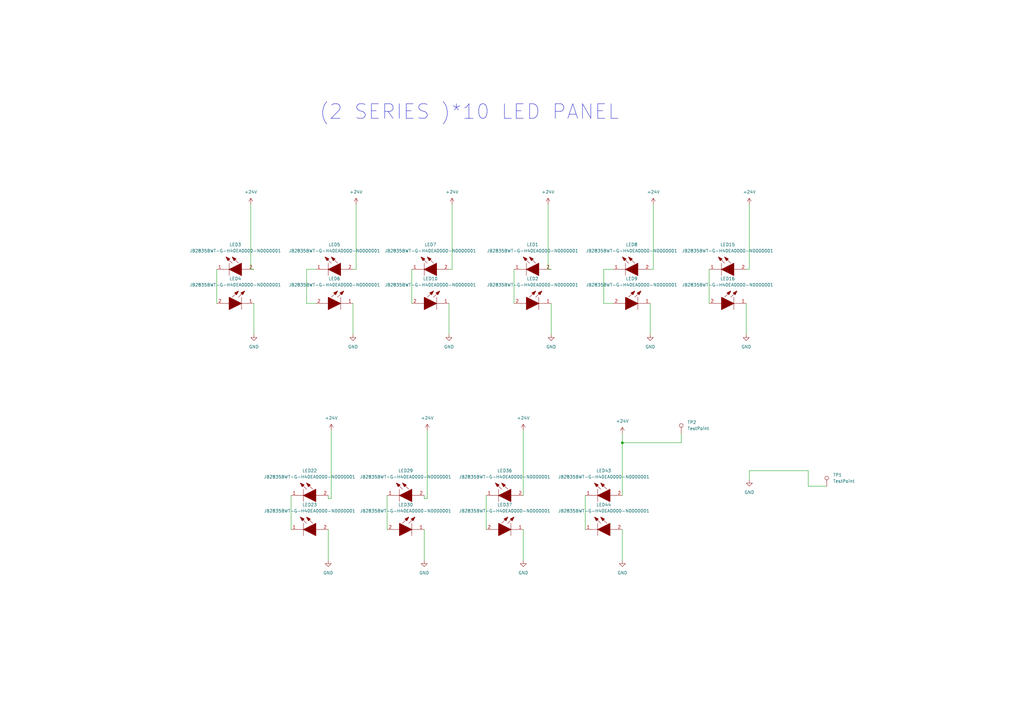
<source format=kicad_sch>
(kicad_sch (version 20211123) (generator eeschema)
  (paper "A3")
  (title_block (title "49 pcs LED PANEL") (date "23 APR 2022") (rev "REV 3") (comment 1 "ARUN JYOTHISH"))
  (lib_symbols
    (symbol "2835 LED SMD:JB2835BWT-G-H40EA0000-N0000001" (pin_names (offset 0.762))
      (property "Reference" "LED" (at 12.7 8.89 0))
      (property "Value" "JB2835BWT-G-H40EA0000-N0000001" (at 12.7 6.35 0))
      (symbol "JB2835BWT-G-H40EA0000-N0000001_0_0"
        (pin passive line (at 0 0 0) (length 2.54) (name "~") (number "1"))
        (pin passive line (at 15.24 0 180) (length 2.54) (name "~") (number "2"))
      )
      (symbol "JB2835BWT-G-H40EA0000-N0000001_0_1"
        (polyline (pts (xy 2.54 0) (xy 5.08 0)) (stroke (width 0.1524)))
        (polyline (pts (xy 5.08 2.54) (xy 5.08 -2.54)) (stroke (width 0.1524)))
        (polyline (pts (xy 6.35 2.54) (xy 3.81 5.08)) (stroke (width 0.1524)))
        (polyline (pts (xy 8.89 2.54) (xy 6.35 5.08)) (stroke (width 0.1524)))
        (polyline (pts (xy 10.16 0) (xy 12.7 0)) (stroke (width 0.1524)))
        (polyline (pts (xy 5.08 0) (xy 10.16 2.54) (xy 10.16 -2.54) (xy 5.08 0)) (stroke (width 0.254)) (fill (type outline)))
        (polyline (pts (xy 5.334 4.318) (xy 4.572 3.556) (xy 3.81 5.08) (xy 5.334 4.318)) (stroke (width 0.254)) (fill (type outline)))
        (polyline (pts (xy 7.874 4.318) (xy 7.112 3.556) (xy 6.35 5.08) (xy 7.874 4.318)) (stroke (width 0.254)) (fill (type outline)))
      )
    )
    (symbol "Connector:TestPoint" (pin_numbers hide) (pin_names (offset 0.762) hide)
      (property "Reference" "TP" (at 0 6.858 0))
      (property "Value" "TestPoint" (at 0 5.08 0))
      (symbol "TestPoint_0_1"
        (circle (center 0 3.302) (radius 0.762))
      )
      (symbol "TestPoint_1_1"
        (pin passive line (at 0 0 90) (length 2.54) (name "1") (number "1"))
      )
    )
    (symbol "power:+24V" (power) (pin_names (offset 0))
      (property "Value" "+24V" (at 0 3.556 0))
      (symbol "+24V_0_1"
        (polyline (pts (xy -0.762 1.27) (xy 0 2.54)))
        (polyline (pts (xy 0 0) (xy 0 2.54)))
        (polyline (pts (xy 0 2.54) (xy 0.762 1.27)))
      )
      (symbol "+24V_1_1"
        (pin power_in line (at 0 0 90) (length 0) hide (name "+24V") (number "1"))
      )
    )
    (symbol "power:GND" (power) (pin_names (offset 0))
      (property "Value" "GND" (at 0 -3.81 0))
      (symbol "GND_0_1"
        (polyline (pts (xy 0 0) (xy 0 -1.27) (xy 1.27 -1.27) (xy 0 -2.54) (xy -1.27 -1.27) (xy 0 -1.27)))
      )
      (symbol "GND_1_1"
        (pin power_in line (at 0 0 270) (length 0) hide (name "GND") (number "1"))
      )
    )
  )
  (junction (at 255.27 181.61))
  (wire (pts (xy 267.97 110.49) (xy 266.7 110.49)))
  (wire (pts (xy 125.73 124.46) (xy 129.54 124.46)))
  (wire (pts (xy 134.62 203.2) (xy 134.62 204.47)))
  (wire (pts (xy 266.7 124.46) (xy 266.7 137.16)))
  (wire (pts (xy 247.65 110.49) (xy 251.46 110.49)))
  (wire (pts (xy 175.26 204.47) (xy 173.99 204.47)))
  (wire (pts (xy 146.05 110.49) (xy 144.78 110.49)))
  (wire (pts (xy 184.15 124.46) (xy 184.15 137.16)))
  (wire (pts (xy 102.87 83.82) (xy 102.87 110.49)))
  (wire (pts (xy 119.38 203.2) (xy 119.38 217.17)))
  (wire (pts (xy 173.99 217.17) (xy 173.99 229.87)))
  (wire (pts (xy 307.34 83.82) (xy 307.34 110.49)))
  (wire (pts (xy 134.62 217.17) (xy 134.62 229.87)))
  (wire (pts (xy 88.9 110.49) (xy 88.9 124.46)))
  (wire (pts (xy 226.06 124.46) (xy 226.06 137.16)))
  (wire (pts (xy 158.75 203.2) (xy 158.75 217.17)))
  (wire (pts (xy 102.87 110.49) (xy 104.14 110.49)))
  (wire (pts (xy 214.63 217.17) (xy 214.63 229.87)))
  (wire (pts (xy 240.03 203.2) (xy 240.03 217.17)))
  (wire (pts (xy 135.89 176.53) (xy 135.89 204.47)))
  (wire (pts (xy 185.42 110.49) (xy 184.15 110.49)))
  (wire (pts (xy 210.82 110.49) (xy 210.82 124.46)))
  (wire (pts (xy 247.65 124.46) (xy 251.46 124.46)))
  (wire (pts (xy 125.73 110.49) (xy 129.54 110.49)))
  (wire (pts (xy 199.39 203.2) (xy 199.39 217.17)))
  (wire (pts (xy 173.99 203.2) (xy 173.99 204.47)))
  (wire (pts (xy 255.27 217.17) (xy 255.27 229.87)))
  (wire (pts (xy 255.27 177.8) (xy 255.27 181.61)))
  (wire (pts (xy 146.05 83.82) (xy 146.05 110.49)))
  (wire (pts (xy 255.27 181.61) (xy 279.4 181.61)))
  (wire (pts (xy 144.78 124.46) (xy 144.78 137.16)))
  (wire (pts (xy 306.07 124.46) (xy 306.07 137.16)))
  (wire (pts (xy 185.42 83.82) (xy 185.42 110.49)))
  (wire (pts (xy 331.47 193.04) (xy 331.47 199.39)))
  (wire (pts (xy 224.79 110.49) (xy 226.06 110.49)))
  (wire (pts (xy 104.14 124.46) (xy 104.14 137.16)))
  (wire (pts (xy 175.26 176.53) (xy 175.26 204.47)))
  (wire (pts (xy 290.83 110.49) (xy 290.83 124.46)))
  (wire (pts (xy 214.63 176.53) (xy 214.63 203.2)))
  (wire (pts (xy 125.73 110.49) (xy 125.73 124.46)))
  (wire (pts (xy 267.97 83.82) (xy 267.97 110.49)))
  (wire (pts (xy 307.34 193.04) (xy 307.34 196.85)))
  (wire (pts (xy 279.4 181.61) (xy 279.4 177.8)))
  (wire (pts (xy 331.47 199.39) (xy 339.09 199.39)))
  (wire (pts (xy 255.27 181.61) (xy 255.27 203.2)))
  (wire (pts (xy 135.89 204.47) (xy 134.62 204.47)))
  (wire (pts (xy 168.91 110.49) (xy 168.91 124.46)))
  (wire (pts (xy 224.79 83.82) (xy 224.79 110.49)))
  (wire (pts (xy 307.34 110.49) (xy 306.07 110.49)))
  (wire (pts (xy 307.34 193.04) (xy 331.47 193.04)))
  (wire (pts (xy 247.65 110.49) (xy 247.65 124.46)))
  (text "(2 SERIES )*10 LED PANEL\n" (at 130.81 49.53 0) (effects (font (size 6 6)) (justify left bottom)))
  (symbol (lib_id "2835 LED SMD:JB2835BWT-G-H40EA0000-N0000001") (at 210.82 110.49 0) (unit 1)
    (property "Reference" "LED1" (at 218.44 100.33 0))
    (property "Value" "JB2835BWT-G-H40EA0000-N0000001" (at 218.44 102.87 0))
    (property "Footprint" "2835-library:JB2835BWTGH40EA0000N0000001" (effects hide))
    (property "Description" "JB2835BWT-G-H40EA0000-N0000001" (effects hide))
    (property "Height" "0.7" (effects hide))
    (property "Manufacturer_Name" "Cree, Inc." (effects hide))
    (property "Manufacturer_Part_Number" "JB2835BWT-G-H40EA0000-N0000001" (effects hide))
    (property "Mouser Part Number" "941-JB2835BWTGH40EAN" (effects hide))
    (property "Mouser Price/Stock" "https://www.mouser.co.uk/ProductDetail/Cree-Inc/JB2835BWT-G-H40EA0000-N0000001?qs=GedFDFLaBXFuqSWl8S6r5A%3D%3D" (effects hide))
    (property "Arrow Part Number" "JB2835BWT-G-H40EA0000-N0000001" (effects hide))
    (property "Arrow Price/Stock" "https://www.arrow.com/en/products/jb2835bwt-g-h40ea0000-n0000001/cree-led?region=nac" (effects hide))
  )
  (symbol (lib_id "power:+24V") (at 175.26 176.53 0) (unit 1)
    (property "Reference" "#PWR0104" (effects hide))
    (property "Value" "+24V" (at 175.26 171.45 0))
  )
  (symbol (lib_id "2835 LED SMD:JB2835BWT-G-H40EA0000-N0000001") (at 226.06 124.46 0) (mirror y) (unit 1)
    (property "Reference" "LED2" (at 218.44 114.3 0))
    (property "Value" "JB2835BWT-G-H40EA0000-N0000001" (at 218.44 116.84 0))
    (property "Footprint" "2835-library:JB2835BWTGH40EA0000N0000001" (effects hide))
    (property "Description" "JB2835BWT-G-H40EA0000-N0000001" (effects hide))
    (property "Height" "0.7" (effects hide))
    (property "Manufacturer_Name" "Cree, Inc." (effects hide))
    (property "Manufacturer_Part_Number" "JB2835BWT-G-H40EA0000-N0000001" (effects hide))
    (property "Mouser Part Number" "941-JB2835BWTGH40EAN" (effects hide))
    (property "Mouser Price/Stock" "https://www.mouser.co.uk/ProductDetail/Cree-Inc/JB2835BWT-G-H40EA0000-N0000001?qs=GedFDFLaBXFuqSWl8S6r5A%3D%3D" (effects hide))
    (property "Arrow Part Number" "JB2835BWT-G-H40EA0000-N0000001" (effects hide))
    (property "Arrow Price/Stock" "https://www.arrow.com/en/products/jb2835bwt-g-h40ea0000-n0000001/cree-led?region=nac" (effects hide))
  )
  (symbol (lib_id "power:+24V") (at 135.89 176.53 0) (unit 1)
    (property "Reference" "#PWR0101" (effects hide))
    (property "Value" "+24V" (at 135.89 171.45 0))
  )
  (symbol (lib_id "2835 LED SMD:JB2835BWT-G-H40EA0000-N0000001") (at 129.54 110.49 0) (unit 1)
    (property "Reference" "LED5" (at 137.16 100.33 0))
    (property "Value" "JB2835BWT-G-H40EA0000-N0000001" (at 137.16 102.87 0))
    (property "Footprint" "2835-library:JB2835BWTGH40EA0000N0000001" (effects hide))
    (property "Description" "JB2835BWT-G-H40EA0000-N0000001" (effects hide))
    (property "Height" "0.7" (effects hide))
    (property "Manufacturer_Name" "Cree, Inc." (effects hide))
    (property "Manufacturer_Part_Number" "JB2835BWT-G-H40EA0000-N0000001" (effects hide))
    (property "Mouser Part Number" "941-JB2835BWTGH40EAN" (effects hide))
    (property "Mouser Price/Stock" "https://www.mouser.co.uk/ProductDetail/Cree-Inc/JB2835BWT-G-H40EA0000-N0000001?qs=GedFDFLaBXFuqSWl8S6r5A%3D%3D" (effects hide))
    (property "Arrow Part Number" "JB2835BWT-G-H40EA0000-N0000001" (effects hide))
    (property "Arrow Price/Stock" "https://www.arrow.com/en/products/jb2835bwt-g-h40ea0000-n0000001/cree-led?region=nac" (effects hide))
  )
  (symbol (lib_id "2835 LED SMD:JB2835BWT-G-H40EA0000-N0000001") (at 144.78 124.46 0) (mirror y) (unit 1)
    (property "Reference" "LED6" (at 137.16 114.3 0))
    (property "Value" "JB2835BWT-G-H40EA0000-N0000001" (at 137.16 116.84 0))
    (property "Footprint" "2835-library:JB2835BWTGH40EA0000N0000001" (effects hide))
    (property "Description" "JB2835BWT-G-H40EA0000-N0000001" (effects hide))
    (property "Height" "0.7" (effects hide))
    (property "Manufacturer_Name" "Cree, Inc." (effects hide))
    (property "Manufacturer_Part_Number" "JB2835BWT-G-H40EA0000-N0000001" (effects hide))
    (property "Mouser Part Number" "941-JB2835BWTGH40EAN" (effects hide))
    (property "Mouser Price/Stock" "https://www.mouser.co.uk/ProductDetail/Cree-Inc/JB2835BWT-G-H40EA0000-N0000001?qs=GedFDFLaBXFuqSWl8S6r5A%3D%3D" (effects hide))
    (property "Arrow Part Number" "JB2835BWT-G-H40EA0000-N0000001" (effects hide))
    (property "Arrow Price/Stock" "https://www.arrow.com/en/products/jb2835bwt-g-h40ea0000-n0000001/cree-led?region=nac" (effects hide))
  )
  (symbol (lib_id "power:GND") (at 184.15 137.16 0) (unit 1)
    (property "Reference" "#PWR0106" (effects hide))
    (property "Value" "GND" (at 184.15 142.24 0))
  )
  (symbol (lib_id "2835 LED SMD:JB2835BWT-G-H40EA0000-N0000001") (at 266.7 124.46 0) (mirror y) (unit 1)
    (property "Reference" "LED9" (at 259.08 114.3 0))
    (property "Value" "JB2835BWT-G-H40EA0000-N0000001" (at 259.08 116.84 0))
    (property "Footprint" "2835-library:JB2835BWTGH40EA0000N0000001" (effects hide))
    (property "Description" "JB2835BWT-G-H40EA0000-N0000001" (effects hide))
    (property "Height" "0.7" (effects hide))
    (property "Manufacturer_Name" "Cree, Inc." (effects hide))
    (property "Manufacturer_Part_Number" "JB2835BWT-G-H40EA0000-N0000001" (effects hide))
    (property "Mouser Part Number" "941-JB2835BWTGH40EAN" (effects hide))
    (property "Mouser Price/Stock" "https://www.mouser.co.uk/ProductDetail/Cree-Inc/JB2835BWT-G-H40EA0000-N0000001?qs=GedFDFLaBXFuqSWl8S6r5A%3D%3D" (effects hide))
    (property "Arrow Part Number" "JB2835BWT-G-H40EA0000-N0000001" (effects hide))
    (property "Arrow Price/Stock" "https://www.arrow.com/en/products/jb2835bwt-g-h40ea0000-n0000001/cree-led?region=nac" (effects hide))
  )
  (symbol (lib_id "2835 LED SMD:JB2835BWT-G-H40EA0000-N0000001") (at 173.99 217.17 0) (mirror y) (unit 1)
    (property "Reference" "LED30" (at 166.37 207.01 0))
    (property "Value" "JB2835BWT-G-H40EA0000-N0000001" (at 166.37 209.55 0))
    (property "Footprint" "2835-library:JB2835BWTGH40EA0000N0000001" (effects hide))
    (property "Description" "JB2835BWT-G-H40EA0000-N0000001" (effects hide))
    (property "Height" "0.7" (effects hide))
    (property "Manufacturer_Name" "Cree, Inc." (effects hide))
    (property "Manufacturer_Part_Number" "JB2835BWT-G-H40EA0000-N0000001" (effects hide))
    (property "Mouser Part Number" "941-JB2835BWTGH40EAN" (effects hide))
    (property "Mouser Price/Stock" "https://www.mouser.co.uk/ProductDetail/Cree-Inc/JB2835BWT-G-H40EA0000-N0000001?qs=GedFDFLaBXFuqSWl8S6r5A%3D%3D" (effects hide))
    (property "Arrow Part Number" "JB2835BWT-G-H40EA0000-N0000001" (effects hide))
    (property "Arrow Price/Stock" "https://www.arrow.com/en/products/jb2835bwt-g-h40ea0000-n0000001/cree-led?region=nac" (effects hide))
  )
  (symbol (lib_id "2835 LED SMD:JB2835BWT-G-H40EA0000-N0000001") (at 104.14 124.46 0) (mirror y) (unit 1)
    (property "Reference" "LED4" (at 96.52 114.3 0))
    (property "Value" "JB2835BWT-G-H40EA0000-N0000001" (at 96.52 116.84 0))
    (property "Footprint" "2835-library:JB2835BWTGH40EA0000N0000001" (effects hide))
    (property "Description" "JB2835BWT-G-H40EA0000-N0000001" (effects hide))
    (property "Height" "0.7" (effects hide))
    (property "Manufacturer_Name" "Cree, Inc." (effects hide))
    (property "Manufacturer_Part_Number" "JB2835BWT-G-H40EA0000-N0000001" (effects hide))
    (property "Mouser Part Number" "941-JB2835BWTGH40EAN" (effects hide))
    (property "Mouser Price/Stock" "https://www.mouser.co.uk/ProductDetail/Cree-Inc/JB2835BWT-G-H40EA0000-N0000001?qs=GedFDFLaBXFuqSWl8S6r5A%3D%3D" (effects hide))
    (property "Arrow Part Number" "JB2835BWT-G-H40EA0000-N0000001" (effects hide))
    (property "Arrow Price/Stock" "https://www.arrow.com/en/products/jb2835bwt-g-h40ea0000-n0000001/cree-led?region=nac" (effects hide))
  )
  (symbol (lib_id "power:GND") (at 214.63 229.87 0) (unit 1)
    (property "Reference" "#PWR0108" (effects hide))
    (property "Value" "GND" (at 214.63 234.95 0))
  )
  (symbol (lib_id "2835 LED SMD:JB2835BWT-G-H40EA0000-N0000001") (at 168.91 110.49 0) (unit 1)
    (property "Reference" "LED7" (at 176.53 100.33 0))
    (property "Value" "JB2835BWT-G-H40EA0000-N0000001" (at 176.53 102.87 0))
    (property "Footprint" "2835-library:JB2835BWTGH40EA0000N0000001" (effects hide))
    (property "Description" "JB2835BWT-G-H40EA0000-N0000001" (effects hide))
    (property "Height" "0.7" (effects hide))
    (property "Manufacturer_Name" "Cree, Inc." (effects hide))
    (property "Manufacturer_Part_Number" "JB2835BWT-G-H40EA0000-N0000001" (effects hide))
    (property "Mouser Part Number" "941-JB2835BWTGH40EAN" (effects hide))
    (property "Mouser Price/Stock" "https://www.mouser.co.uk/ProductDetail/Cree-Inc/JB2835BWT-G-H40EA0000-N0000001?qs=GedFDFLaBXFuqSWl8S6r5A%3D%3D" (effects hide))
    (property "Arrow Part Number" "JB2835BWT-G-H40EA0000-N0000001" (effects hide))
    (property "Arrow Price/Stock" "https://www.arrow.com/en/products/jb2835bwt-g-h40ea0000-n0000001/cree-led?region=nac" (effects hide))
  )
  (symbol (lib_id "2835 LED SMD:JB2835BWT-G-H40EA0000-N0000001") (at 306.07 124.46 0) (mirror y) (unit 1)
    (property "Reference" "LED16" (at 298.45 114.3 0))
    (property "Value" "JB2835BWT-G-H40EA0000-N0000001" (at 298.45 116.84 0))
    (property "Footprint" "2835-library:JB2835BWTGH40EA0000N0000001" (effects hide))
    (property "Description" "JB2835BWT-G-H40EA0000-N0000001" (effects hide))
    (property "Height" "0.7" (effects hide))
    (property "Manufacturer_Name" "Cree, Inc." (effects hide))
    (property "Manufacturer_Part_Number" "JB2835BWT-G-H40EA0000-N0000001" (effects hide))
    (property "Mouser Part Number" "941-JB2835BWTGH40EAN" (effects hide))
    (property "Mouser Price/Stock" "https://www.mouser.co.uk/ProductDetail/Cree-Inc/JB2835BWT-G-H40EA0000-N0000001?qs=GedFDFLaBXFuqSWl8S6r5A%3D%3D" (effects hide))
    (property "Arrow Part Number" "JB2835BWT-G-H40EA0000-N0000001" (effects hide))
    (property "Arrow Price/Stock" "https://www.arrow.com/en/products/jb2835bwt-g-h40ea0000-n0000001/cree-led?region=nac" (effects hide))
  )
  (symbol (lib_id "2835 LED SMD:JB2835BWT-G-H40EA0000-N0000001") (at 199.39 203.2 0) (unit 1)
    (property "Reference" "LED36" (at 207.01 193.04 0))
    (property "Value" "JB2835BWT-G-H40EA0000-N0000001" (at 207.01 195.58 0))
    (property "Footprint" "2835-library:JB2835BWTGH40EA0000N0000001" (effects hide))
    (property "Description" "JB2835BWT-G-H40EA0000-N0000001" (effects hide))
    (property "Height" "0.7" (effects hide))
    (property "Manufacturer_Name" "Cree, Inc." (effects hide))
    (property "Manufacturer_Part_Number" "JB2835BWT-G-H40EA0000-N0000001" (effects hide))
    (property "Mouser Part Number" "941-JB2835BWTGH40EAN" (effects hide))
    (property "Mouser Price/Stock" "https://www.mouser.co.uk/ProductDetail/Cree-Inc/JB2835BWT-G-H40EA0000-N0000001?qs=GedFDFLaBXFuqSWl8S6r5A%3D%3D" (effects hide))
    (property "Arrow Part Number" "JB2835BWT-G-H40EA0000-N0000001" (effects hide))
    (property "Arrow Price/Stock" "https://www.arrow.com/en/products/jb2835bwt-g-h40ea0000-n0000001/cree-led?region=nac" (effects hide))
  )
  (symbol (lib_id "2835 LED SMD:JB2835BWT-G-H40EA0000-N0000001") (at 119.38 217.17 0) (unit 1)
    (property "Reference" "LED23" (at 127 207.01 0))
    (property "Value" "JB2835BWT-G-H40EA0000-N0000001" (at 127 209.55 0))
    (property "Footprint" "2835-library:JB2835BWTGH40EA0000N0000001" (effects hide))
    (property "Description" "JB2835BWT-G-H40EA0000-N0000001" (effects hide))
    (property "Height" "0.7" (effects hide))
    (property "Manufacturer_Name" "Cree, Inc." (effects hide))
    (property "Manufacturer_Part_Number" "JB2835BWT-G-H40EA0000-N0000001" (effects hide))
    (property "Mouser Part Number" "941-JB2835BWTGH40EAN" (effects hide))
    (property "Mouser Price/Stock" "https://www.mouser.co.uk/ProductDetail/Cree-Inc/JB2835BWT-G-H40EA0000-N0000001?qs=GedFDFLaBXFuqSWl8S6r5A%3D%3D" (effects hide))
    (property "Arrow Part Number" "JB2835BWT-G-H40EA0000-N0000001" (effects hide))
    (property "Arrow Price/Stock" "https://www.arrow.com/en/products/jb2835bwt-g-h40ea0000-n0000001/cree-led?region=nac" (effects hide))
  )
  (symbol (lib_id "2835 LED SMD:JB2835BWT-G-H40EA0000-N0000001") (at 251.46 110.49 0) (unit 1)
    (property "Reference" "LED8" (at 259.08 100.33 0))
    (property "Value" "JB2835BWT-G-H40EA0000-N0000001" (at 259.08 102.87 0))
    (property "Footprint" "2835-library:JB2835BWTGH40EA0000N0000001" (effects hide))
    (property "Description" "JB2835BWT-G-H40EA0000-N0000001" (effects hide))
    (property "Height" "0.7" (effects hide))
    (property "Manufacturer_Name" "Cree, Inc." (effects hide))
    (property "Manufacturer_Part_Number" "JB2835BWT-G-H40EA0000-N0000001" (effects hide))
    (property "Mouser Part Number" "941-JB2835BWTGH40EAN" (effects hide))
    (property "Mouser Price/Stock" "https://www.mouser.co.uk/ProductDetail/Cree-Inc/JB2835BWT-G-H40EA0000-N0000001?qs=GedFDFLaBXFuqSWl8S6r5A%3D%3D" (effects hide))
    (property "Arrow Part Number" "JB2835BWT-G-H40EA0000-N0000001" (effects hide))
    (property "Arrow Price/Stock" "https://www.arrow.com/en/products/jb2835bwt-g-h40ea0000-n0000001/cree-led?region=nac" (effects hide))
  )
  (symbol (lib_id "2835 LED SMD:JB2835BWT-G-H40EA0000-N0000001") (at 119.38 203.2 0) (unit 1)
    (property "Reference" "LED22" (at 127 193.04 0))
    (property "Value" "JB2835BWT-G-H40EA0000-N0000001" (at 127 195.58 0))
    (property "Footprint" "2835-library:JB2835BWTGH40EA0000N0000001" (effects hide))
    (property "Description" "JB2835BWT-G-H40EA0000-N0000001" (effects hide))
    (property "Height" "0.7" (effects hide))
    (property "Manufacturer_Name" "Cree, Inc." (effects hide))
    (property "Manufacturer_Part_Number" "JB2835BWT-G-H40EA0000-N0000001" (effects hide))
    (property "Mouser Part Number" "941-JB2835BWTGH40EAN" (effects hide))
    (property "Mouser Price/Stock" "https://www.mouser.co.uk/ProductDetail/Cree-Inc/JB2835BWT-G-H40EA0000-N0000001?qs=GedFDFLaBXFuqSWl8S6r5A%3D%3D" (effects hide))
    (property "Arrow Part Number" "JB2835BWT-G-H40EA0000-N0000001" (effects hide))
    (property "Arrow Price/Stock" "https://www.arrow.com/en/products/jb2835bwt-g-h40ea0000-n0000001/cree-led?region=nac" (effects hide))
  )
  (symbol (lib_id "Connector:TestPoint") (at 339.09 199.39 0) (unit 1)
    (property "Reference" "TP1" (at 341.63 194.8179 0) (effects (justify left)))
    (property "Value" "TestPoint" (at 341.63 197.3579 0) (effects (justify left)))
    (property "Footprint" "TestPoint:TestPoint_Pad_D3.0mm" (effects hide))
  )
  (symbol (lib_id "power:+24V") (at 146.05 83.82 0) (unit 1)
    (property "Reference" "#PWR0121" (effects hide))
    (property "Value" "+24V" (at 146.05 78.74 0))
  )
  (symbol (lib_id "power:+24V") (at 214.63 176.53 0) (unit 1)
    (property "Reference" "#PWR0103" (effects hide))
    (property "Value" "+24V" (at 214.63 171.45 0))
  )
  (symbol (lib_id "2835 LED SMD:JB2835BWT-G-H40EA0000-N0000001") (at 184.15 124.46 0) (mirror y) (unit 1)
    (property "Reference" "LED10" (at 176.53 114.3 0))
    (property "Value" "JB2835BWT-G-H40EA0000-N0000001" (at 176.53 116.84 0))
    (property "Footprint" "2835-library:JB2835BWTGH40EA0000N0000001" (effects hide))
    (property "Description" "JB2835BWT-G-H40EA0000-N0000001" (effects hide))
    (property "Height" "0.7" (effects hide))
    (property "Manufacturer_Name" "Cree, Inc." (effects hide))
    (property "Manufacturer_Part_Number" "JB2835BWT-G-H40EA0000-N0000001" (effects hide))
    (property "Mouser Part Number" "941-JB2835BWTGH40EAN" (effects hide))
    (property "Mouser Price/Stock" "https://www.mouser.co.uk/ProductDetail/Cree-Inc/JB2835BWT-G-H40EA0000-N0000001?qs=GedFDFLaBXFuqSWl8S6r5A%3D%3D" (effects hide))
    (property "Arrow Part Number" "JB2835BWT-G-H40EA0000-N0000001" (effects hide))
    (property "Arrow Price/Stock" "https://www.arrow.com/en/products/jb2835bwt-g-h40ea0000-n0000001/cree-led?region=nac" (effects hide))
  )
  (symbol (lib_id "2835 LED SMD:JB2835BWT-G-H40EA0000-N0000001") (at 88.9 110.49 0) (unit 1)
    (property "Reference" "LED3" (at 96.52 100.33 0))
    (property "Value" "JB2835BWT-G-H40EA0000-N0000001" (at 96.52 102.87 0))
    (property "Footprint" "2835-library:JB2835BWTGH40EA0000N0000001" (effects hide))
    (property "Description" "JB2835BWT-G-H40EA0000-N0000001" (effects hide))
    (property "Height" "0.7" (effects hide))
    (property "Manufacturer_Name" "Cree, Inc." (effects hide))
    (property "Manufacturer_Part_Number" "JB2835BWT-G-H40EA0000-N0000001" (effects hide))
    (property "Mouser Part Number" "941-JB2835BWTGH40EAN" (effects hide))
    (property "Mouser Price/Stock" "https://www.mouser.co.uk/ProductDetail/Cree-Inc/JB2835BWT-G-H40EA0000-N0000001?qs=GedFDFLaBXFuqSWl8S6r5A%3D%3D" (effects hide))
    (property "Arrow Part Number" "JB2835BWT-G-H40EA0000-N0000001" (effects hide))
    (property "Arrow Price/Stock" "https://www.arrow.com/en/products/jb2835bwt-g-h40ea0000-n0000001/cree-led?region=nac" (effects hide))
  )
  (symbol (lib_id "2835 LED SMD:JB2835BWT-G-H40EA0000-N0000001") (at 240.03 203.2 0) (unit 1)
    (property "Reference" "LED43" (at 247.65 193.04 0))
    (property "Value" "JB2835BWT-G-H40EA0000-N0000001" (at 247.65 195.58 0))
    (property "Footprint" "2835-library:JB2835BWTGH40EA0000N0000001" (effects hide))
    (property "Description" "JB2835BWT-G-H40EA0000-N0000001" (effects hide))
    (property "Height" "0.7" (effects hide))
    (property "Manufacturer_Name" "Cree, Inc." (effects hide))
    (property "Manufacturer_Part_Number" "JB2835BWT-G-H40EA0000-N0000001" (effects hide))
    (property "Mouser Part Number" "941-JB2835BWTGH40EAN" (effects hide))
    (property "Mouser Price/Stock" "https://www.mouser.co.uk/ProductDetail/Cree-Inc/JB2835BWT-G-H40EA0000-N0000001?qs=GedFDFLaBXFuqSWl8S6r5A%3D%3D" (effects hide))
    (property "Arrow Part Number" "JB2835BWT-G-H40EA0000-N0000001" (effects hide))
    (property "Arrow Price/Stock" "https://www.arrow.com/en/products/jb2835bwt-g-h40ea0000-n0000001/cree-led?region=nac" (effects hide))
  )
  (symbol (lib_id "power:+24V") (at 185.42 83.82 0) (unit 1)
    (property "Reference" "#PWR0118" (effects hide))
    (property "Value" "+24V" (at 185.42 78.74 0))
  )
  (symbol (lib_id "power:+24V") (at 307.34 83.82 0) (unit 1)
    (property "Reference" "#PWR0102" (effects hide))
    (property "Value" "+24V" (at 307.34 78.74 0))
  )
  (symbol (lib_id "power:GND") (at 306.07 137.16 0) (unit 1)
    (property "Reference" "#PWR0115" (effects hide))
    (property "Value" "GND" (at 306.07 142.24 0))
  )
  (symbol (lib_id "power:GND") (at 226.06 137.16 0) (unit 1)
    (property "Reference" "#PWR0117" (effects hide))
    (property "Value" "GND" (at 226.06 142.24 0))
  )
  (symbol (lib_id "power:+24V") (at 255.27 177.8 0) (unit 1)
    (property "Reference" "#PWR0105" (effects hide))
    (property "Value" "+24V" (at 255.27 172.72 0))
  )
  (symbol (lib_id "power:GND") (at 266.7 137.16 0) (unit 1)
    (property "Reference" "#PWR0116" (effects hide))
    (property "Value" "GND" (at 266.7 142.24 0))
  )
  (symbol (lib_id "2835 LED SMD:JB2835BWT-G-H40EA0000-N0000001") (at 158.75 203.2 0) (unit 1)
    (property "Reference" "LED29" (at 166.37 193.04 0))
    (property "Value" "JB2835BWT-G-H40EA0000-N0000001" (at 166.37 195.58 0))
    (property "Footprint" "2835-library:JB2835BWTGH40EA0000N0000001" (effects hide))
    (property "Description" "JB2835BWT-G-H40EA0000-N0000001" (effects hide))
    (property "Height" "0.7" (effects hide))
    (property "Manufacturer_Name" "Cree, Inc." (effects hide))
    (property "Manufacturer_Part_Number" "JB2835BWT-G-H40EA0000-N0000001" (effects hide))
    (property "Mouser Part Number" "941-JB2835BWTGH40EAN" (effects hide))
    (property "Mouser Price/Stock" "https://www.mouser.co.uk/ProductDetail/Cree-Inc/JB2835BWT-G-H40EA0000-N0000001?qs=GedFDFLaBXFuqSWl8S6r5A%3D%3D" (effects hide))
    (property "Arrow Part Number" "JB2835BWT-G-H40EA0000-N0000001" (effects hide))
    (property "Arrow Price/Stock" "https://www.arrow.com/en/products/jb2835bwt-g-h40ea0000-n0000001/cree-led?region=nac" (effects hide))
  )
  (symbol (lib_id "power:+24V") (at 224.79 83.82 0) (unit 1)
    (property "Reference" "#PWR0113" (effects hide))
    (property "Value" "+24V" (at 224.79 78.74 0))
  )
  (symbol (lib_id "power:GND") (at 104.14 137.16 0) (unit 1)
    (property "Reference" "#PWR0120" (effects hide))
    (property "Value" "GND" (at 104.14 142.24 0))
  )
  (symbol (lib_id "2835 LED SMD:JB2835BWT-G-H40EA0000-N0000001") (at 290.83 110.49 0) (unit 1)
    (property "Reference" "LED15" (at 298.45 100.33 0))
    (property "Value" "JB2835BWT-G-H40EA0000-N0000001" (at 298.45 102.87 0))
    (property "Footprint" "2835-library:JB2835BWTGH40EA0000N0000001" (effects hide))
    (property "Description" "JB2835BWT-G-H40EA0000-N0000001" (effects hide))
    (property "Height" "0.7" (effects hide))
    (property "Manufacturer_Name" "Cree, Inc." (effects hide))
    (property "Manufacturer_Part_Number" "JB2835BWT-G-H40EA0000-N0000001" (effects hide))
    (property "Mouser Part Number" "941-JB2835BWTGH40EAN" (effects hide))
    (property "Mouser Price/Stock" "https://www.mouser.co.uk/ProductDetail/Cree-Inc/JB2835BWT-G-H40EA0000-N0000001?qs=GedFDFLaBXFuqSWl8S6r5A%3D%3D" (effects hide))
    (property "Arrow Part Number" "JB2835BWT-G-H40EA0000-N0000001" (effects hide))
    (property "Arrow Price/Stock" "https://www.arrow.com/en/products/jb2835bwt-g-h40ea0000-n0000001/cree-led?region=nac" (effects hide))
  )
  (symbol (lib_id "power:GND") (at 173.99 229.87 0) (unit 1)
    (property "Reference" "#PWR0111" (effects hide))
    (property "Value" "GND" (at 173.99 234.95 0))
  )
  (symbol (lib_id "power:+24V") (at 102.87 83.82 0) (unit 1)
    (property "Reference" "#PWR0119" (effects hide))
    (property "Value" "+24V" (at 102.87 78.74 0))
  )
  (symbol (lib_id "power:+24V") (at 267.97 83.82 0) (unit 1)
    (property "Reference" "#PWR0114" (effects hide))
    (property "Value" "+24V" (at 267.97 78.74 0))
  )
  (symbol (lib_id "Connector:TestPoint") (at 279.4 177.8 0) (unit 1)
    (property "Reference" "TP2" (at 281.94 173.2279 0) (effects (justify left)))
    (property "Value" "TestPoint" (at 281.94 175.7679 0) (effects (justify left)))
    (property "Footprint" "TestPoint:TestPoint_Pad_D3.0mm" (effects hide))
  )
  (symbol (lib_id "2835 LED SMD:JB2835BWT-G-H40EA0000-N0000001") (at 240.03 217.17 0) (unit 1)
    (property "Reference" "LED44" (at 247.65 207.01 0))
    (property "Value" "JB2835BWT-G-H40EA0000-N0000001" (at 247.65 209.55 0))
    (property "Footprint" "2835-library:JB2835BWTGH40EA0000N0000001" (effects hide))
    (property "Description" "JB2835BWT-G-H40EA0000-N0000001" (effects hide))
    (property "Height" "0.7" (effects hide))
    (property "Manufacturer_Name" "Cree, Inc." (effects hide))
    (property "Manufacturer_Part_Number" "JB2835BWT-G-H40EA0000-N0000001" (effects hide))
    (property "Mouser Part Number" "941-JB2835BWTGH40EAN" (effects hide))
    (property "Mouser Price/Stock" "https://www.mouser.co.uk/ProductDetail/Cree-Inc/JB2835BWT-G-H40EA0000-N0000001?qs=GedFDFLaBXFuqSWl8S6r5A%3D%3D" (effects hide))
    (property "Arrow Part Number" "JB2835BWT-G-H40EA0000-N0000001" (effects hide))
    (property "Arrow Price/Stock" "https://www.arrow.com/en/products/jb2835bwt-g-h40ea0000-n0000001/cree-led?region=nac" (effects hide))
  )
  (symbol (lib_id "power:GND") (at 307.34 196.85 0) (unit 1)
    (property "Reference" "#PWR0112" (effects hide))
    (property "Value" "GND" (at 307.34 201.93 0))
  )
  (symbol (lib_id "power:GND") (at 134.62 229.87 0) (unit 1)
    (property "Reference" "#PWR0109" (effects hide))
    (property "Value" "GND" (at 134.62 234.95 0))
  )
  (symbol (lib_id "power:GND") (at 255.27 229.87 0) (unit 1)
    (property "Reference" "#PWR0110" (effects hide))
    (property "Value" "GND" (at 255.27 234.95 0))
  )
  (symbol (lib_id "2835 LED SMD:JB2835BWT-G-H40EA0000-N0000001") (at 214.63 217.17 0) (mirror y) (unit 1)
    (property "Reference" "LED37" (at 207.01 207.01 0))
    (property "Value" "JB2835BWT-G-H40EA0000-N0000001" (at 207.01 209.55 0))
    (property "Footprint" "2835-library:JB2835BWTGH40EA0000N0000001" (effects hide))
    (property "Description" "JB2835BWT-G-H40EA0000-N0000001" (effects hide))
    (property "Height" "0.7" (effects hide))
    (property "Manufacturer_Name" "Cree, Inc." (effects hide))
    (property "Manufacturer_Part_Number" "JB2835BWT-G-H40EA0000-N0000001" (effects hide))
    (property "Mouser Part Number" "941-JB2835BWTGH40EAN" (effects hide))
    (property "Mouser Price/Stock" "https://www.mouser.co.uk/ProductDetail/Cree-Inc/JB2835BWT-G-H40EA0000-N0000001?qs=GedFDFLaBXFuqSWl8S6r5A%3D%3D" (effects hide))
    (property "Arrow Part Number" "JB2835BWT-G-H40EA0000-N0000001" (effects hide))
    (property "Arrow Price/Stock" "https://www.arrow.com/en/products/jb2835bwt-g-h40ea0000-n0000001/cree-led?region=nac" (effects hide))
  )
  (symbol (lib_id "power:GND") (at 144.78 137.16 0) (unit 1)
    (property "Reference" "#PWR0107" (effects hide))
    (property "Value" "GND" (at 144.78 142.24 0))
  )
)
</source>
